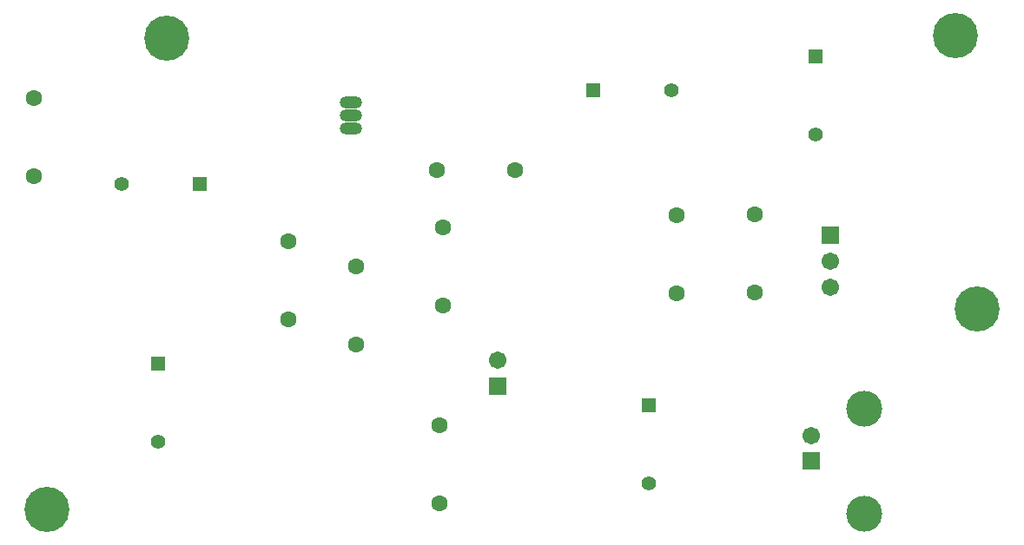
<source format=gbs>
G04*
G04 #@! TF.GenerationSoftware,Altium Limited,Altium Designer,20.0.9 (164)*
G04*
G04 Layer_Color=16711935*
%FSLAX25Y25*%
%MOIN*%
G70*
G01*
G75*
%ADD17C,0.05524*%
%ADD18R,0.05524X0.05524*%
%ADD19C,0.06706*%
%ADD20R,0.06706X0.06706*%
%ADD21R,0.06706X0.06706*%
%ADD22C,0.13792*%
%ADD23O,0.08674X0.04737*%
%ADD24O,0.08674X0.04737*%
%ADD25C,0.06312*%
%ADD26C,0.17300*%
%ADD27R,0.05524X0.05524*%
D17*
X55500Y39000D02*
D03*
X252500Y174000D02*
D03*
X308000Y157000D02*
D03*
X244000Y23000D02*
D03*
X41500Y138000D02*
D03*
D18*
X55500Y69000D02*
D03*
X308000Y187000D02*
D03*
X244000Y53000D02*
D03*
D19*
X313500Y98500D02*
D03*
Y108500D02*
D03*
X306421Y41421D02*
D03*
X186000Y70500D02*
D03*
D20*
X313500Y118500D02*
D03*
X186000Y60500D02*
D03*
D21*
X306421Y31579D02*
D03*
D22*
X326500Y51657D02*
D03*
Y11500D02*
D03*
D23*
X129500Y159500D02*
D03*
D24*
Y164500D02*
D03*
Y169500D02*
D03*
D25*
X8000Y141000D02*
D03*
Y171000D02*
D03*
X284500Y96500D02*
D03*
Y126500D02*
D03*
X254500Y126000D02*
D03*
Y96000D02*
D03*
X165000Y121500D02*
D03*
Y91500D02*
D03*
X163500Y45500D02*
D03*
Y15500D02*
D03*
X162500Y143500D02*
D03*
X192500D02*
D03*
X131500Y106500D02*
D03*
Y76500D02*
D03*
X105500Y116000D02*
D03*
Y86000D02*
D03*
D26*
X370000Y90000D02*
D03*
X361500Y195000D02*
D03*
X59000Y194000D02*
D03*
X13000Y13000D02*
D03*
D27*
X222500Y174000D02*
D03*
X71500Y138000D02*
D03*
M02*

</source>
